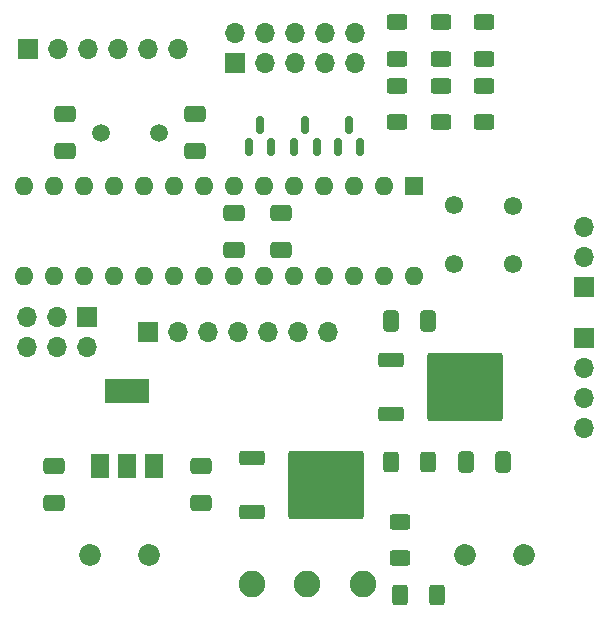
<source format=gbr>
%TF.GenerationSoftware,KiCad,Pcbnew,(7.0.0-0)*%
%TF.CreationDate,2023-06-23T15:16:10+02:00*%
%TF.ProjectId,RCcar,52436361-722e-46b6-9963-61645f706362,rev?*%
%TF.SameCoordinates,Original*%
%TF.FileFunction,Soldermask,Bot*%
%TF.FilePolarity,Negative*%
%FSLAX46Y46*%
G04 Gerber Fmt 4.6, Leading zero omitted, Abs format (unit mm)*
G04 Created by KiCad (PCBNEW (7.0.0-0)) date 2023-06-23 15:16:10*
%MOMM*%
%LPD*%
G01*
G04 APERTURE LIST*
G04 Aperture macros list*
%AMRoundRect*
0 Rectangle with rounded corners*
0 $1 Rounding radius*
0 $2 $3 $4 $5 $6 $7 $8 $9 X,Y pos of 4 corners*
0 Add a 4 corners polygon primitive as box body*
4,1,4,$2,$3,$4,$5,$6,$7,$8,$9,$2,$3,0*
0 Add four circle primitives for the rounded corners*
1,1,$1+$1,$2,$3*
1,1,$1+$1,$4,$5*
1,1,$1+$1,$6,$7*
1,1,$1+$1,$8,$9*
0 Add four rect primitives between the rounded corners*
20,1,$1+$1,$2,$3,$4,$5,0*
20,1,$1+$1,$4,$5,$6,$7,0*
20,1,$1+$1,$6,$7,$8,$9,0*
20,1,$1+$1,$8,$9,$2,$3,0*%
G04 Aperture macros list end*
%ADD10R,1.700000X1.700000*%
%ADD11O,1.700000X1.700000*%
%ADD12C,2.250000*%
%ADD13C,1.500000*%
%ADD14C,1.850000*%
%ADD15R,1.600000X1.600000*%
%ADD16O,1.600000X1.600000*%
%ADD17C,1.550000*%
%ADD18RoundRect,0.150000X0.150000X-0.587500X0.150000X0.587500X-0.150000X0.587500X-0.150000X-0.587500X0*%
%ADD19RoundRect,0.250000X0.625000X-0.400000X0.625000X0.400000X-0.625000X0.400000X-0.625000X-0.400000X0*%
%ADD20RoundRect,0.250000X-0.400000X-0.625000X0.400000X-0.625000X0.400000X0.625000X-0.400000X0.625000X0*%
%ADD21RoundRect,0.250000X-0.412500X-0.650000X0.412500X-0.650000X0.412500X0.650000X-0.412500X0.650000X0*%
%ADD22RoundRect,0.250000X-0.625000X0.400000X-0.625000X-0.400000X0.625000X-0.400000X0.625000X0.400000X0*%
%ADD23RoundRect,0.250000X-0.850000X-0.350000X0.850000X-0.350000X0.850000X0.350000X-0.850000X0.350000X0*%
%ADD24RoundRect,0.249997X-2.950003X-2.650003X2.950003X-2.650003X2.950003X2.650003X-2.950003X2.650003X0*%
%ADD25RoundRect,0.250000X0.650000X-0.412500X0.650000X0.412500X-0.650000X0.412500X-0.650000X-0.412500X0*%
%ADD26R,1.500000X2.000000*%
%ADD27R,3.800000X2.000000*%
%ADD28RoundRect,0.250000X-0.650000X0.412500X-0.650000X-0.412500X0.650000X-0.412500X0.650000X0.412500X0*%
%ADD29RoundRect,0.250000X0.400000X0.625000X-0.400000X0.625000X-0.400000X-0.625000X0.400000X-0.625000X0*%
G04 APERTURE END LIST*
D10*
%TO.C,J9*%
X37624999Y-73474999D03*
D11*
X37624999Y-76014999D03*
X35084999Y-73474999D03*
X35084999Y-76014999D03*
X32544999Y-73474999D03*
X32544999Y-76014999D03*
%TD*%
D10*
%TO.C,J4*%
X79699999Y-75249999D03*
D11*
X79699999Y-77789999D03*
X79699999Y-80329999D03*
X79699999Y-82869999D03*
%TD*%
D12*
%TO.C,SW3*%
X51550000Y-96100000D03*
X56250000Y-96100000D03*
X60950000Y-96100000D03*
%TD*%
D13*
%TO.C,Y1*%
X38800000Y-57900000D03*
X43680000Y-57900000D03*
%TD*%
D14*
%TO.C,J5*%
X37850000Y-93650000D03*
X42850000Y-93650000D03*
%TD*%
D10*
%TO.C,J3*%
X32599999Y-50799999D03*
D11*
X35139999Y-50799999D03*
X37679999Y-50799999D03*
X40219999Y-50799999D03*
X42759999Y-50799999D03*
X45299999Y-50799999D03*
%TD*%
D10*
%TO.C,J6*%
X42789999Y-74749999D03*
D11*
X45329999Y-74749999D03*
X47869999Y-74749999D03*
X50409999Y-74749999D03*
X52949999Y-74749999D03*
X55489999Y-74749999D03*
X58029999Y-74749999D03*
%TD*%
D10*
%TO.C,J1*%
X50174999Y-51974999D03*
D11*
X50174999Y-49434999D03*
X52714999Y-51974999D03*
X52714999Y-49434999D03*
X55254999Y-51974999D03*
X55254999Y-49434999D03*
X57794999Y-51974999D03*
X57794999Y-49434999D03*
X60334999Y-51974999D03*
X60334999Y-49434999D03*
%TD*%
D15*
%TO.C,U2*%
X65299999Y-62399999D03*
D16*
X62759999Y-62399999D03*
X60219999Y-62399999D03*
X57679999Y-62399999D03*
X55139999Y-62399999D03*
X52599999Y-62399999D03*
X50059999Y-62399999D03*
X47519999Y-62399999D03*
X44979999Y-62399999D03*
X42439999Y-62399999D03*
X39899999Y-62399999D03*
X37359999Y-62399999D03*
X34819999Y-62399999D03*
X32279999Y-62399999D03*
X32279999Y-70019999D03*
X34819999Y-70019999D03*
X37359999Y-70019999D03*
X39899999Y-70019999D03*
X42439999Y-70019999D03*
X44979999Y-70019999D03*
X47519999Y-70019999D03*
X50059999Y-70019999D03*
X52599999Y-70019999D03*
X55139999Y-70019999D03*
X57679999Y-70019999D03*
X60219999Y-70019999D03*
X62759999Y-70019999D03*
X65299999Y-70019999D03*
%TD*%
D10*
%TO.C,J2*%
X79699999Y-70989999D03*
D11*
X79699999Y-68449999D03*
X79699999Y-65909999D03*
%TD*%
D14*
%TO.C,J7*%
X69650000Y-93650000D03*
X74650000Y-93650000D03*
%TD*%
D17*
%TO.C,SW2*%
X68700000Y-69000000D03*
X68700000Y-64000000D03*
X73700000Y-69000000D03*
X73700000Y-64100000D03*
%TD*%
D18*
%TO.C,Q2*%
X57050000Y-59087500D03*
X55150000Y-59087500D03*
X56100000Y-57212500D03*
%TD*%
D19*
%TO.C,R6*%
X67600000Y-51650000D03*
X67600000Y-48550000D03*
%TD*%
D20*
%TO.C,R16*%
X64125000Y-97025000D03*
X67225000Y-97025000D03*
%TD*%
D19*
%TO.C,R2*%
X63900000Y-51650000D03*
X63900000Y-48550000D03*
%TD*%
D21*
%TO.C,C9*%
X69687500Y-85800000D03*
X72812500Y-85800000D03*
%TD*%
D22*
%TO.C,R7*%
X67600000Y-53900000D03*
X67600000Y-57000000D03*
%TD*%
D23*
%TO.C,D4*%
X51550000Y-90010000D03*
D24*
X57850000Y-87730000D03*
D23*
X51550000Y-85450000D03*
%TD*%
D18*
%TO.C,Q3*%
X53200000Y-59087500D03*
X51300000Y-59087500D03*
X52250000Y-57212500D03*
%TD*%
D21*
%TO.C,C8*%
X63337500Y-73875000D03*
X66462500Y-73875000D03*
%TD*%
D18*
%TO.C,Q1*%
X60750000Y-59087500D03*
X58850000Y-59087500D03*
X59800000Y-57212500D03*
%TD*%
D25*
%TO.C,C3*%
X50100000Y-67812500D03*
X50100000Y-64687500D03*
%TD*%
D26*
%TO.C,U3*%
X43299999Y-86099999D03*
X40999999Y-86099999D03*
X38699999Y-86099999D03*
D27*
X40999999Y-79799999D03*
%TD*%
D28*
%TO.C,C5*%
X46800000Y-56337500D03*
X46800000Y-59462500D03*
%TD*%
D22*
%TO.C,R9*%
X71250000Y-53900000D03*
X71250000Y-57000000D03*
%TD*%
%TO.C,R11*%
X64150000Y-90825000D03*
X64150000Y-93925000D03*
%TD*%
D23*
%TO.C,U4*%
X63350000Y-81700000D03*
D24*
X69650000Y-79420000D03*
D23*
X63350000Y-77140000D03*
%TD*%
D28*
%TO.C,C6*%
X35750000Y-56337500D03*
X35750000Y-59462500D03*
%TD*%
D29*
%TO.C,R10*%
X66450000Y-85775000D03*
X63350000Y-85775000D03*
%TD*%
D28*
%TO.C,C1*%
X47300000Y-86137500D03*
X47300000Y-89262500D03*
%TD*%
D22*
%TO.C,R3*%
X63900000Y-53900000D03*
X63900000Y-57000000D03*
%TD*%
D28*
%TO.C,C2*%
X34850000Y-86087500D03*
X34850000Y-89212500D03*
%TD*%
%TO.C,C4*%
X54050000Y-64687500D03*
X54050000Y-67812500D03*
%TD*%
D19*
%TO.C,R8*%
X71250000Y-51650000D03*
X71250000Y-48550000D03*
%TD*%
M02*

</source>
